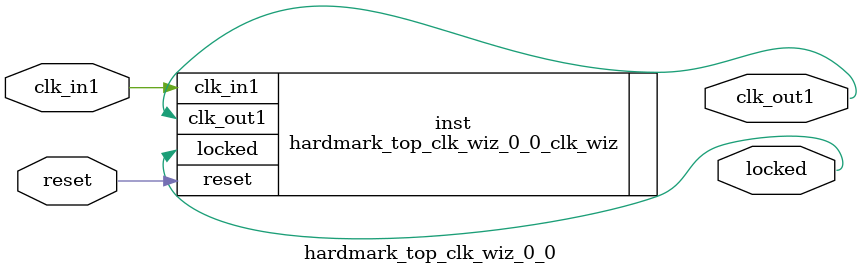
<source format=v>


`timescale 1ps/1ps

(* CORE_GENERATION_INFO = "hardmark_top_clk_wiz_0_0,clk_wiz_v6_0_1_0_0,{component_name=hardmark_top_clk_wiz_0_0,use_phase_alignment=true,use_min_o_jitter=false,use_max_i_jitter=false,use_dyn_phase_shift=false,use_inclk_switchover=false,use_dyn_reconfig=false,enable_axi=0,feedback_source=FDBK_AUTO,PRIMITIVE=MMCM,num_out_clk=1,clkin1_period=8.000,clkin2_period=10.000,use_power_down=false,use_reset=true,use_locked=true,use_inclk_stopped=false,feedback_type=SINGLE,CLOCK_MGR_TYPE=NA,manual_override=false}" *)

module hardmark_top_clk_wiz_0_0 
 (
  // Clock out ports
  output        clk_out1,
  // Status and control signals
  input         reset,
  output        locked,
 // Clock in ports
  input         clk_in1
 );

  hardmark_top_clk_wiz_0_0_clk_wiz inst
  (
  // Clock out ports  
  .clk_out1(clk_out1),
  // Status and control signals               
  .reset(reset), 
  .locked(locked),
 // Clock in ports
  .clk_in1(clk_in1)
  );

endmodule

</source>
